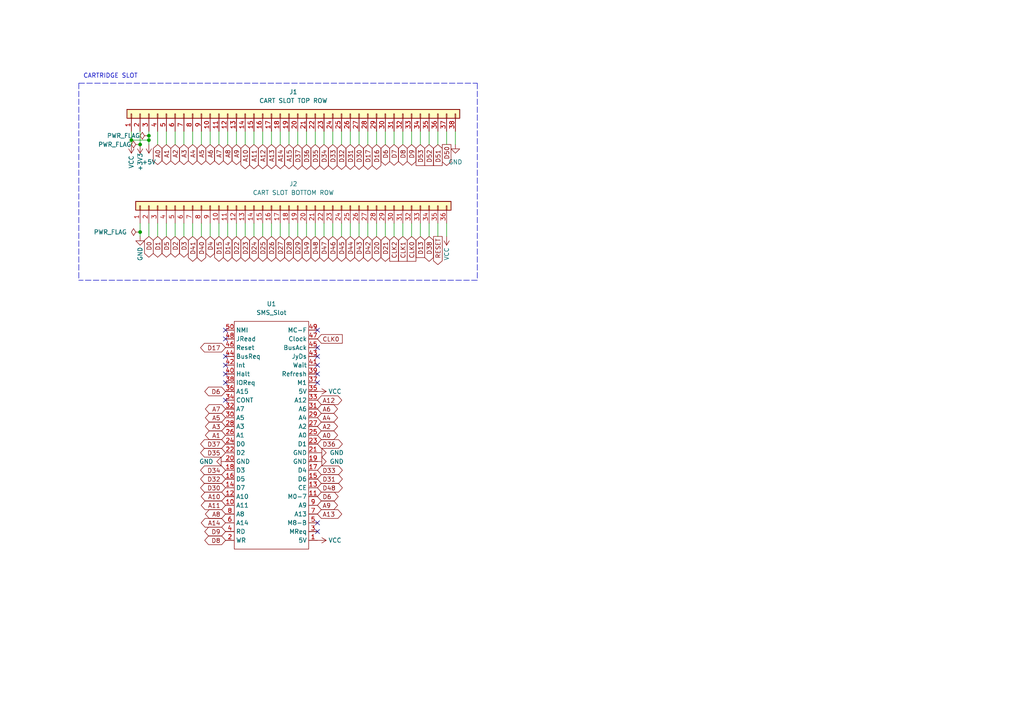
<source format=kicad_sch>
(kicad_sch (version 20210621) (generator eeschema)
  (paper "A4")
  (title_block (title "OSCR MEGADRIVE ADAPTER") (date "2021-11-15") (rev "V1"))
  (lib_symbols
    (symbol "!OSCR:SMS_Slot"
      (property "Reference" "U" (at -10.16 35.56 0))
      (property "Value" "SMS_Slot" (at -6.35 33.02 0))
      (symbol "SMS_Slot_0_1"
        (rectangle (start -11.43 30.48) (end 10.16 -35.56) (stroke (width 0.1524)))
      )
      (symbol "SMS_Slot_1_1"
        (pin power_out line (at 12.7 -33.02 180) (length 2.54) (name "5V") (number "1"))
        (pin input line (at -13.97 -22.86 0) (length 2.54) (name "A11") (number "10"))
        (pin input line (at 12.7 -20.32 180) (length 2.54) (name "M0-7") (number "11"))
        (pin input line (at -13.97 -20.32 0) (length 2.54) (name "A10") (number "12"))
        (pin input line (at 12.7 -17.78 180) (length 2.54) (name "CE") (number "13"))
        (pin bidirectional line (at -13.97 -17.78 0) (length 2.54) (name "D7") (number "14"))
        (pin bidirectional line (at 12.7 -15.24 180) (length 2.54) (name "D6") (number "15"))
        (pin bidirectional line (at -13.97 -15.24 0) (length 2.54) (name "D5") (number "16"))
        (pin bidirectional line (at 12.7 -12.7 180) (length 2.54) (name "D4") (number "17"))
        (pin bidirectional line (at -13.97 -12.7 0) (length 2.54) (name "D3") (number "18"))
        (pin power_in line (at 12.7 -10.16 180) (length 2.54) (name "GND") (number "19"))
        (pin input line (at -13.97 -33.02 0) (length 2.54) (name "WR") (number "2"))
        (pin power_in line (at -13.97 -10.16 0) (length 2.54) (name "GND") (number "20"))
        (pin power_in line (at 12.7 -7.62 180) (length 2.54) (name "GND") (number "21"))
        (pin bidirectional line (at -13.97 -7.62 0) (length 2.54) (name "D2") (number "22"))
        (pin bidirectional line (at 12.7 -5.08 180) (length 2.54) (name "D1") (number "23"))
        (pin bidirectional line (at -13.97 -5.08 0) (length 2.54) (name "D0") (number "24"))
        (pin input line (at 12.7 -2.54 180) (length 2.54) (name "A0") (number "25"))
        (pin input line (at -13.97 -2.54 0) (length 2.54) (name "A1") (number "26"))
        (pin input line (at 12.7 0 180) (length 2.54) (name "A2") (number "27"))
        (pin input line (at -13.97 0 0) (length 2.54) (name "A3") (number "28"))
        (pin input line (at 12.7 2.54 180) (length 2.54) (name "A4") (number "29"))
        (pin input line (at 12.7 -30.48 180) (length 2.54) (name "MReq") (number "3"))
        (pin input line (at -13.97 2.54 0) (length 2.54) (name "A5") (number "30"))
        (pin input line (at 12.7 5.08 180) (length 2.54) (name "A6") (number "31"))
        (pin input line (at -13.97 5.08 0) (length 2.54) (name "A7") (number "32"))
        (pin input line (at 12.7 7.62 180) (length 2.54) (name "A12") (number "33"))
        (pin input line (at -13.97 7.62 0) (length 2.54) (name "CONT") (number "34"))
        (pin power_in line (at 12.7 10.16 180) (length 2.54) (name "5V") (number "35"))
        (pin input line (at -13.97 10.16 0) (length 2.54) (name "A15") (number "36"))
        (pin input line (at 12.7 12.7 180) (length 2.54) (name "M1") (number "37"))
        (pin input line (at -13.97 12.7 0) (length 2.54) (name "IOReq") (number "38"))
        (pin input line (at 12.7 15.24 180) (length 2.54) (name "Refresh") (number "39"))
        (pin input line (at -13.97 -30.48 0) (length 2.54) (name "RD") (number "4"))
        (pin input line (at -13.97 15.24 0) (length 2.54) (name "Halt") (number "40"))
        (pin input line (at 12.7 17.78 180) (length 2.54) (name "Wait") (number "41"))
        (pin input line (at -13.97 17.78 0) (length 2.54) (name "Int") (number "42"))
        (pin input line (at 12.7 20.32 180) (length 2.54) (name "JyDs") (number "43"))
        (pin input line (at -13.97 20.32 0) (length 2.54) (name "BusReq") (number "44"))
        (pin input line (at 12.7 22.86 180) (length 2.54) (name "BusAck") (number "45"))
        (pin input line (at -13.97 22.86 0) (length 2.54) (name "Reset") (number "46"))
        (pin input line (at 12.7 25.4 180) (length 2.54) (name "Clock") (number "47"))
        (pin input line (at -13.97 25.4 0) (length 2.54) (name "JRead") (number "48"))
        (pin input line (at 12.7 27.94 180) (length 2.54) (name "MC-F") (number "49"))
        (pin input line (at 12.7 -27.94 180) (length 2.54) (name "M8-B") (number "5"))
        (pin input line (at -13.97 27.94 0) (length 2.54) (name "NMI") (number "50"))
        (pin input line (at -13.97 -27.94 0) (length 2.54) (name "A14") (number "6"))
        (pin input line (at 12.7 -25.4 180) (length 2.54) (name "A13") (number "7"))
        (pin input line (at -13.97 -25.4 0) (length 2.54) (name "A8") (number "8"))
        (pin input line (at 12.7 -22.86 180) (length 2.54) (name "A9") (number "9"))
      )
    )
    (symbol "Connector_Generic:Conn_01x36" (pin_names (offset 1.016) hide)
      (property "Reference" "J" (at 0 45.72 0))
      (property "Value" "Conn_01x36" (at 0 -48.26 0))
      (symbol "Conn_01x36_1_1"
        (rectangle (start -1.27 -45.593) (end 0 -45.847) (stroke (width 0.1524)))
        (rectangle (start -1.27 -43.053) (end 0 -43.307) (stroke (width 0.1524)))
        (rectangle (start -1.27 -40.513) (end 0 -40.767) (stroke (width 0.1524)))
        (rectangle (start -1.27 -37.973) (end 0 -38.227) (stroke (width 0.1524)))
        (rectangle (start -1.27 -35.433) (end 0 -35.687) (stroke (width 0.1524)))
        (rectangle (start -1.27 -32.893) (end 0 -33.147) (stroke (width 0.1524)))
        (rectangle (start -1.27 -30.353) (end 0 -30.607) (stroke (width 0.1524)))
        (rectangle (start -1.27 -27.813) (end 0 -28.067) (stroke (width 0.1524)))
        (rectangle (start -1.27 -25.273) (end 0 -25.527) (stroke (width 0.1524)))
        (rectangle (start -1.27 -22.733) (end 0 -22.987) (stroke (width 0.1524)))
        (rectangle (start -1.27 -20.193) (end 0 -20.447) (stroke (width 0.1524)))
        (rectangle (start -1.27 -17.653) (end 0 -17.907) (stroke (width 0.1524)))
        (rectangle (start -1.27 -15.113) (end 0 -15.367) (stroke (width 0.1524)))
        (rectangle (start -1.27 -12.573) (end 0 -12.827) (stroke (width 0.1524)))
        (rectangle (start -1.27 -10.033) (end 0 -10.287) (stroke (width 0.1524)))
        (rectangle (start -1.27 -7.493) (end 0 -7.747) (stroke (width 0.1524)))
        (rectangle (start -1.27 -4.953) (end 0 -5.207) (stroke (width 0.1524)))
        (rectangle (start -1.27 -2.413) (end 0 -2.667) (stroke (width 0.1524)))
        (rectangle (start -1.27 0.127) (end 0 -0.127) (stroke (width 0.1524)))
        (rectangle (start -1.27 2.667) (end 0 2.413) (stroke (width 0.1524)))
        (rectangle (start -1.27 5.207) (end 0 4.953) (stroke (width 0.1524)))
        (rectangle (start -1.27 7.747) (end 0 7.493) (stroke (width 0.1524)))
        (rectangle (start -1.27 10.287) (end 0 10.033) (stroke (width 0.1524)))
        (rectangle (start -1.27 12.827) (end 0 12.573) (stroke (width 0.1524)))
        (rectangle (start -1.27 15.367) (end 0 15.113) (stroke (width 0.1524)))
        (rectangle (start -1.27 17.907) (end 0 17.653) (stroke (width 0.1524)))
        (rectangle (start -1.27 20.447) (end 0 20.193) (stroke (width 0.1524)))
        (rectangle (start -1.27 22.987) (end 0 22.733) (stroke (width 0.1524)))
        (rectangle (start -1.27 25.527) (end 0 25.273) (stroke (width 0.1524)))
        (rectangle (start -1.27 28.067) (end 0 27.813) (stroke (width 0.1524)))
        (rectangle (start -1.27 30.607) (end 0 30.353) (stroke (width 0.1524)))
        (rectangle (start -1.27 33.147) (end 0 32.893) (stroke (width 0.1524)))
        (rectangle (start -1.27 35.687) (end 0 35.433) (stroke (width 0.1524)))
        (rectangle (start -1.27 38.227) (end 0 37.973) (stroke (width 0.1524)))
        (rectangle (start -1.27 40.767) (end 0 40.513) (stroke (width 0.1524)))
        (rectangle (start -1.27 43.307) (end 0 43.053) (stroke (width 0.1524)))
        (rectangle (start -1.27 44.45) (end 1.27 -46.99) (stroke (width 0.254)) (fill (type background)))
        (pin passive line (at -5.08 43.18 0) (length 3.81) (name "Pin_1") (number "1"))
        (pin passive line (at -5.08 20.32 0) (length 3.81) (name "Pin_10") (number "10"))
        (pin passive line (at -5.08 17.78 0) (length 3.81) (name "Pin_11") (number "11"))
        (pin passive line (at -5.08 15.24 0) (length 3.81) (name "Pin_12") (number "12"))
        (pin passive line (at -5.08 12.7 0) (length 3.81) (name "Pin_13") (number "13"))
        (pin passive line (at -5.08 10.16 0) (length 3.81) (name "Pin_14") (number "14"))
        (pin passive line (at -5.08 7.62 0) (length 3.81) (name "Pin_15") (number "15"))
        (pin passive line (at -5.08 5.08 0) (length 3.81) (name "Pin_16") (number "16"))
        (pin passive line (at -5.08 2.54 0) (length 3.81) (name "Pin_17") (number "17"))
        (pin passive line (at -5.08 0 0) (length 3.81) (name "Pin_18") (number "18"))
        (pin passive line (at -5.08 -2.54 0) (length 3.81) (name "Pin_19") (number "19"))
        (pin passive line (at -5.08 40.64 0) (length 3.81) (name "Pin_2") (number "2"))
        (pin passive line (at -5.08 -5.08 0) (length 3.81) (name "Pin_20") (number "20"))
        (pin passive line (at -5.08 -7.62 0) (length 3.81) (name "Pin_21") (number "21"))
        (pin passive line (at -5.08 -10.16 0) (length 3.81) (name "Pin_22") (number "22"))
        (pin passive line (at -5.08 -12.7 0) (length 3.81) (name "Pin_23") (number "23"))
        (pin passive line (at -5.08 -15.24 0) (length 3.81) (name "Pin_24") (number "24"))
        (pin passive line (at -5.08 -17.78 0) (length 3.81) (name "Pin_25") (number "25"))
        (pin passive line (at -5.08 -20.32 0) (length 3.81) (name "Pin_26") (number "26"))
        (pin passive line (at -5.08 -22.86 0) (length 3.81) (name "Pin_27") (number "27"))
        (pin passive line (at -5.08 -25.4 0) (length 3.81) (name "Pin_28") (number "28"))
        (pin passive line (at -5.08 -27.94 0) (length 3.81) (name "Pin_29") (number "29"))
        (pin passive line (at -5.08 38.1 0) (length 3.81) (name "Pin_3") (number "3"))
        (pin passive line (at -5.08 -30.48 0) (length 3.81) (name "Pin_30") (number "30"))
        (pin passive line (at -5.08 -33.02 0) (length 3.81) (name "Pin_31") (number "31"))
        (pin passive line (at -5.08 -35.56 0) (length 3.81) (name "Pin_32") (number "32"))
        (pin passive line (at -5.08 -38.1 0) (length 3.81) (name "Pin_33") (number "33"))
        (pin passive line (at -5.08 -40.64 0) (length 3.81) (name "Pin_34") (number "34"))
        (pin passive line (at -5.08 -43.18 0) (length 3.81) (name "Pin_35") (number "35"))
        (pin passive line (at -5.08 -45.72 0) (length 3.81) (name "Pin_36") (number "36"))
        (pin passive line (at -5.08 35.56 0) (length 3.81) (name "Pin_4") (number "4"))
        (pin passive line (at -5.08 33.02 0) (length 3.81) (name "Pin_5") (number "5"))
        (pin passive line (at -5.08 30.48 0) (length 3.81) (name "Pin_6") (number "6"))
        (pin passive line (at -5.08 27.94 0) (length 3.81) (name "Pin_7") (number "7"))
        (pin passive line (at -5.08 25.4 0) (length 3.81) (name "Pin_8") (number "8"))
        (pin passive line (at -5.08 22.86 0) (length 3.81) (name "Pin_9") (number "9"))
      )
    )
    (symbol "Connector_Generic:Conn_01x38" (pin_names (offset 1.016) hide)
      (property "Reference" "J" (at 0 48.26 0))
      (property "Value" "Conn_01x38" (at 0 -50.8 0))
      (symbol "Conn_01x38_1_1"
        (rectangle (start -1.27 -48.133) (end 0 -48.387) (stroke (width 0.1524)))
        (rectangle (start -1.27 -45.593) (end 0 -45.847) (stroke (width 0.1524)))
        (rectangle (start -1.27 -43.053) (end 0 -43.307) (stroke (width 0.1524)))
        (rectangle (start -1.27 -40.513) (end 0 -40.767) (stroke (width 0.1524)))
        (rectangle (start -1.27 -37.973) (end 0 -38.227) (stroke (width 0.1524)))
        (rectangle (start -1.27 -35.433) (end 0 -35.687) (stroke (width 0.1524)))
        (rectangle (start -1.27 -32.893) (end 0 -33.147) (stroke (width 0.1524)))
        (rectangle (start -1.27 -30.353) (end 0 -30.607) (stroke (width 0.1524)))
        (rectangle (start -1.27 -27.813) (end 0 -28.067) (stroke (width 0.1524)))
        (rectangle (start -1.27 -25.273) (end 0 -25.527) (stroke (width 0.1524)))
        (rectangle (start -1.27 -22.733) (end 0 -22.987) (stroke (width 0.1524)))
        (rectangle (start -1.27 -20.193) (end 0 -20.447) (stroke (width 0.1524)))
        (rectangle (start -1.27 -17.653) (end 0 -17.907) (stroke (width 0.1524)))
        (rectangle (start -1.27 -15.113) (end 0 -15.367) (stroke (width 0.1524)))
        (rectangle (start -1.27 -12.573) (end 0 -12.827) (stroke (width 0.1524)))
        (rectangle (start -1.27 -10.033) (end 0 -10.287) (stroke (width 0.1524)))
        (rectangle (start -1.27 -7.493) (end 0 -7.747) (stroke (width 0.1524)))
        (rectangle (start -1.27 -4.953) (end 0 -5.207) (stroke (width 0.1524)))
        (rectangle (start -1.27 -2.413) (end 0 -2.667) (stroke (width 0.1524)))
        (rectangle (start -1.27 0.127) (end 0 -0.127) (stroke (width 0.1524)))
        (rectangle (start -1.27 2.667) (end 0 2.413) (stroke (width 0.1524)))
        (rectangle (start -1.27 5.207) (end 0 4.953) (stroke (width 0.1524)))
        (rectangle (start -1.27 7.747) (end 0 7.493) (stroke (width 0.1524)))
        (rectangle (start -1.27 10.287) (end 0 10.033) (stroke (width 0.1524)))
        (rectangle (start -1.27 12.827) (end 0 12.573) (stroke (width 0.1524)))
        (rectangle (start -1.27 15.367) (end 0 15.113) (stroke (width 0.1524)))
        (rectangle (start -1.27 17.907) (end 0 17.653) (stroke (width 0.1524)))
        (rectangle (start -1.27 20.447) (end 0 20.193) (stroke (width 0.1524)))
        (rectangle (start -1.27 22.987) (end 0 22.733) (stroke (width 0.1524)))
        (rectangle (start -1.27 25.527) (end 0 25.273) (stroke (width 0.1524)))
        (rectangle (start -1.27 28.067) (end 0 27.813) (stroke (width 0.1524)))
        (rectangle (start -1.27 30.607) (end 0 30.353) (stroke (width 0.1524)))
        (rectangle (start -1.27 33.147) (end 0 32.893) (stroke (width 0.1524)))
        (rectangle (start -1.27 35.687) (end 0 35.433) (stroke (width 0.1524)))
        (rectangle (start -1.27 38.227) (end 0 37.973) (stroke (width 0.1524)))
        (rectangle (start -1.27 40.767) (end 0 40.513) (stroke (width 0.1524)))
        (rectangle (start -1.27 43.307) (end 0 43.053) (stroke (width 0.1524)))
        (rectangle (start -1.27 45.847) (end 0 45.593) (stroke (width 0.1524)))
        (rectangle (start -1.27 46.99) (end 1.27 -49.53) (stroke (width 0.254)) (fill (type background)))
        (pin passive line (at -5.08 45.72 0) (length 3.81) (name "Pin_1") (number "1"))
        (pin passive line (at -5.08 22.86 0) (length 3.81) (name "Pin_10") (number "10"))
        (pin passive line (at -5.08 20.32 0) (length 3.81) (name "Pin_11") (number "11"))
        (pin passive line (at -5.08 17.78 0) (length 3.81) (name "Pin_12") (number "12"))
        (pin passive line (at -5.08 15.24 0) (length 3.81) (name "Pin_13") (number "13"))
        (pin passive line (at -5.08 12.7 0) (length 3.81) (name "Pin_14") (number "14"))
        (pin passive line (at -5.08 10.16 0) (length 3.81) (name "Pin_15") (number "15"))
        (pin passive line (at -5.08 7.62 0) (length 3.81) (name "Pin_16") (number "16"))
        (pin passive line (at -5.08 5.08 0) (length 3.81) (name "Pin_17") (number "17"))
        (pin passive line (at -5.08 2.54 0) (length 3.81) (name "Pin_18") (number "18"))
        (pin passive line (at -5.08 0 0) (length 3.81) (name "Pin_19") (number "19"))
        (pin passive line (at -5.08 43.18 0) (length 3.81) (name "Pin_2") (number "2"))
        (pin passive line (at -5.08 -2.54 0) (length 3.81) (name "Pin_20") (number "20"))
        (pin passive line (at -5.08 -5.08 0) (length 3.81) (name "Pin_21") (number "21"))
        (pin passive line (at -5.08 -7.62 0) (length 3.81) (name "Pin_22") (number "22"))
        (pin passive line (at -5.08 -10.16 0) (length 3.81) (name "Pin_23") (number "23"))
        (pin passive line (at -5.08 -12.7 0) (length 3.81) (name "Pin_24") (number "24"))
        (pin passive line (at -5.08 -15.24 0) (length 3.81) (name "Pin_25") (number "25"))
        (pin passive line (at -5.08 -17.78 0) (length 3.81) (name "Pin_26") (number "26"))
        (pin passive line (at -5.08 -20.32 0) (length 3.81) (name "Pin_27") (number "27"))
        (pin passive line (at -5.08 -22.86 0) (length 3.81) (name "Pin_28") (number "28"))
        (pin passive line (at -5.08 -25.4 0) (length 3.81) (name "Pin_29") (number "29"))
        (pin passive line (at -5.08 40.64 0) (length 3.81) (name "Pin_3") (number "3"))
        (pin passive line (at -5.08 -27.94 0) (length 3.81) (name "Pin_30") (number "30"))
        (pin passive line (at -5.08 -30.48 0) (length 3.81) (name "Pin_31") (number "31"))
        (pin passive line (at -5.08 -33.02 0) (length 3.81) (name "Pin_32") (number "32"))
        (pin passive line (at -5.08 -35.56 0) (length 3.81) (name "Pin_33") (number "33"))
        (pin passive line (at -5.08 -38.1 0) (length 3.81) (name "Pin_34") (number "34"))
        (pin passive line (at -5.08 -40.64 0) (length 3.81) (name "Pin_35") (number "35"))
        (pin passive line (at -5.08 -43.18 0) (length 3.81) (name "Pin_36") (number "36"))
        (pin passive line (at -5.08 -45.72 0) (length 3.81) (name "Pin_37") (number "37"))
        (pin passive line (at -5.08 -48.26 0) (length 3.81) (name "Pin_38") (number "38"))
        (pin passive line (at -5.08 38.1 0) (length 3.81) (name "Pin_4") (number "4"))
        (pin passive line (at -5.08 35.56 0) (length 3.81) (name "Pin_5") (number "5"))
        (pin passive line (at -5.08 33.02 0) (length 3.81) (name "Pin_6") (number "6"))
        (pin passive line (at -5.08 30.48 0) (length 3.81) (name "Pin_7") (number "7"))
        (pin passive line (at -5.08 27.94 0) (length 3.81) (name "Pin_8") (number "8"))
        (pin passive line (at -5.08 25.4 0) (length 3.81) (name "Pin_9") (number "9"))
      )
    )
    (symbol "power:+3.3V" (power) (pin_names (offset 0))
      (property "Value" "+3.3V" (at 0 3.556 0))
      (symbol "+3.3V_0_1"
        (polyline (pts (xy -0.762 1.27) (xy 0 2.54)))
        (polyline (pts (xy 0 0) (xy 0 2.54)))
        (polyline (pts (xy 0 2.54) (xy 0.762 1.27)))
      )
      (symbol "+3.3V_1_1"
        (pin power_in line (at 0 0 90) (length 0) hide (name "+3V3") (number "1"))
      )
    )
    (symbol "power:+5V" (power) (pin_names (offset 0))
      (property "Value" "+5V" (at 0 3.556 0))
      (symbol "+5V_0_1"
        (polyline (pts (xy -0.762 1.27) (xy 0 2.54)))
        (polyline (pts (xy 0 0) (xy 0 2.54)))
        (polyline (pts (xy 0 2.54) (xy 0.762 1.27)))
      )
      (symbol "+5V_1_1"
        (pin power_in line (at 0 0 90) (length 0) hide (name "+5V") (number "1"))
      )
    )
    (symbol "power:GND" (power) (pin_names (offset 0))
      (property "Value" "GND" (at 0 -3.81 0))
      (symbol "GND_0_1"
        (polyline (pts (xy 0 0) (xy 0 -1.27) (xy 1.27 -1.27) (xy 0 -2.54) (xy -1.27 -1.27) (xy 0 -1.27)))
      )
      (symbol "GND_1_1"
        (pin power_in line (at 0 0 270) (length 0) hide (name "GND") (number "1"))
      )
    )
    (symbol "power:PWR_FLAG" (power) (pin_numbers hide) (pin_names (offset 0) hide)
      (property "Value" "PWR_FLAG" (at 0 3.81 0))
      (symbol "PWR_FLAG_0_0"
        (pin power_out line (at 0 0 90) (length 0) (name "pwr") (number "1"))
      )
      (symbol "PWR_FLAG_0_1"
        (polyline (pts (xy 0 0) (xy 0 1.27) (xy -1.016 1.905) (xy 0 2.54) (xy 1.016 1.905) (xy 0 1.27)))
      )
    )
    (symbol "power:VCC" (power) (pin_names (offset 0))
      (property "Value" "VCC" (at 0 3.81 0))
      (symbol "VCC_0_1"
        (polyline (pts (xy -0.762 1.27) (xy 0 2.54)))
        (polyline (pts (xy 0 0) (xy 0 2.54)))
        (polyline (pts (xy 0 2.54) (xy 0.762 1.27)))
      )
      (symbol "VCC_1_1"
        (pin power_in line (at 0 0 90) (length 0) hide (name "VCC") (number "1"))
      )
    )
  )
  (junction (at 38.1 40.64))
  (junction (at 40.64 41.91))
  (junction (at 40.64 67.31))
  (junction (at 43.18 39.37))
  (junction (at 43.18 40.64))
  (no_connect (at 65.405 95.758))
  (no_connect (at 65.405 98.298))
  (no_connect (at 65.405 103.378))
  (no_connect (at 65.405 105.918))
  (no_connect (at 65.405 108.458))
  (no_connect (at 65.405 110.998))
  (no_connect (at 65.405 116.078))
  (no_connect (at 92.075 95.758))
  (no_connect (at 92.075 100.838))
  (no_connect (at 92.075 103.378))
  (no_connect (at 92.075 105.918))
  (no_connect (at 92.075 108.458))
  (no_connect (at 92.075 110.998))
  (no_connect (at 92.075 151.638))
  (no_connect (at 92.075 154.178))
  (wire (pts (xy 38.1 38.1) (xy 38.1 40.64)))
  (wire (pts (xy 38.1 40.64) (xy 38.1 41.91)))
  (wire (pts (xy 38.1 40.64) (xy 43.18 40.64)))
  (wire (pts (xy 40.64 38.1) (xy 40.64 41.91)))
  (wire (pts (xy 40.64 64.77) (xy 40.64 67.31)))
  (wire (pts (xy 40.64 67.31) (xy 40.64 68.58)))
  (wire (pts (xy 43.18 38.1) (xy 43.18 39.37)))
  (wire (pts (xy 43.18 39.37) (xy 43.18 40.64)))
  (wire (pts (xy 43.18 40.64) (xy 43.18 41.91)))
  (wire (pts (xy 43.18 64.77) (xy 43.18 68.58)))
  (wire (pts (xy 45.72 38.1) (xy 45.72 41.91)))
  (wire (pts (xy 45.72 64.77) (xy 45.72 68.58)))
  (wire (pts (xy 48.26 38.1) (xy 48.26 41.91)))
  (wire (pts (xy 48.26 64.77) (xy 48.26 68.58)))
  (wire (pts (xy 50.8 38.1) (xy 50.8 41.91)))
  (wire (pts (xy 50.8 64.77) (xy 50.8 68.58)))
  (wire (pts (xy 53.34 38.1) (xy 53.34 41.91)))
  (wire (pts (xy 53.34 64.77) (xy 53.34 68.58)))
  (wire (pts (xy 55.88 38.1) (xy 55.88 41.91)))
  (wire (pts (xy 55.88 64.77) (xy 55.88 68.58)))
  (wire (pts (xy 58.42 38.1) (xy 58.42 41.91)))
  (wire (pts (xy 58.42 64.77) (xy 58.42 68.58)))
  (wire (pts (xy 60.96 38.1) (xy 60.96 41.91)))
  (wire (pts (xy 60.96 64.77) (xy 60.96 68.58)))
  (wire (pts (xy 63.5 38.1) (xy 63.5 41.91)))
  (wire (pts (xy 63.5 64.77) (xy 63.5 68.58)))
  (wire (pts (xy 66.04 38.1) (xy 66.04 41.91)))
  (wire (pts (xy 66.04 64.77) (xy 66.04 68.58)))
  (wire (pts (xy 68.58 38.1) (xy 68.58 41.91)))
  (wire (pts (xy 68.58 64.77) (xy 68.58 68.58)))
  (wire (pts (xy 71.12 38.1) (xy 71.12 41.91)))
  (wire (pts (xy 71.12 64.77) (xy 71.12 68.58)))
  (wire (pts (xy 73.66 38.1) (xy 73.66 41.91)))
  (wire (pts (xy 73.66 64.77) (xy 73.66 68.58)))
  (wire (pts (xy 76.2 38.1) (xy 76.2 41.91)))
  (wire (pts (xy 76.2 64.77) (xy 76.2 68.58)))
  (wire (pts (xy 78.74 38.1) (xy 78.74 41.91)))
  (wire (pts (xy 78.74 64.77) (xy 78.74 68.58)))
  (wire (pts (xy 81.28 38.1) (xy 81.28 41.91)))
  (wire (pts (xy 81.28 64.77) (xy 81.28 68.58)))
  (wire (pts (xy 83.82 38.1) (xy 83.82 41.91)))
  (wire (pts (xy 83.82 64.77) (xy 83.82 68.58)))
  (wire (pts (xy 86.36 38.1) (xy 86.36 41.91)))
  (wire (pts (xy 86.36 64.77) (xy 86.36 68.58)))
  (wire (pts (xy 88.9 38.1) (xy 88.9 41.91)))
  (wire (pts (xy 88.9 64.77) (xy 88.9 68.58)))
  (wire (pts (xy 91.44 38.1) (xy 91.44 41.91)))
  (wire (pts (xy 91.44 64.77) (xy 91.44 68.58)))
  (wire (pts (xy 93.98 38.1) (xy 93.98 41.91)))
  (wire (pts (xy 93.98 64.77) (xy 93.98 68.58)))
  (wire (pts (xy 96.52 38.1) (xy 96.52 41.91)))
  (wire (pts (xy 96.52 64.77) (xy 96.52 68.58)))
  (wire (pts (xy 99.06 38.1) (xy 99.06 41.91)))
  (wire (pts (xy 99.06 64.77) (xy 99.06 68.58)))
  (wire (pts (xy 101.6 38.1) (xy 101.6 41.91)))
  (wire (pts (xy 101.6 64.77) (xy 101.6 68.58)))
  (wire (pts (xy 104.14 38.1) (xy 104.14 41.91)))
  (wire (pts (xy 104.14 64.77) (xy 104.14 68.58)))
  (wire (pts (xy 106.68 38.1) (xy 106.68 41.91)))
  (wire (pts (xy 106.68 64.77) (xy 106.68 68.58)))
  (wire (pts (xy 109.22 38.1) (xy 109.22 41.91)))
  (wire (pts (xy 109.22 64.77) (xy 109.22 68.58)))
  (wire (pts (xy 111.76 38.1) (xy 111.76 41.91)))
  (wire (pts (xy 111.76 64.77) (xy 111.76 68.58)))
  (wire (pts (xy 114.3 38.1) (xy 114.3 41.91)))
  (wire (pts (xy 114.3 64.77) (xy 114.3 68.58)))
  (wire (pts (xy 116.84 38.1) (xy 116.84 41.91)))
  (wire (pts (xy 116.84 64.77) (xy 116.84 68.58)))
  (wire (pts (xy 119.38 38.1) (xy 119.38 41.91)))
  (wire (pts (xy 119.38 64.77) (xy 119.38 68.58)))
  (wire (pts (xy 121.92 38.1) (xy 121.92 41.91)))
  (wire (pts (xy 121.92 64.77) (xy 121.92 68.58)))
  (wire (pts (xy 124.46 38.1) (xy 124.46 41.91)))
  (wire (pts (xy 124.46 64.77) (xy 124.46 68.58)))
  (wire (pts (xy 127 38.1) (xy 127 41.91)))
  (wire (pts (xy 127 64.77) (xy 127 68.58)))
  (wire (pts (xy 129.54 38.1) (xy 129.54 41.91)))
  (wire (pts (xy 129.54 64.77) (xy 129.54 68.58)))
  (wire (pts (xy 132.08 38.1) (xy 132.08 41.91)))
  (polyline (pts (xy 22.86 24.13) (xy 22.86 81.28)))
  (polyline (pts (xy 22.86 24.13) (xy 138.43 24.13)))
  (polyline (pts (xy 138.43 24.13) (xy 138.43 81.28)))
  (polyline (pts (xy 138.43 81.28) (xy 22.86 81.28)))
  (text "CARTRIDGE SLOT" (at 24.13 22.86 0) (effects (font (size 1.27 1.27)) (justify left bottom)))
  (global_label "D0" (shape bidirectional) (at 43.18 68.58 270) (property "Intersheet References" "${INTERSHEET_REFS}" (effects hide)))
  (global_label "A0" (shape bidirectional) (at 45.72 41.91 270) (property "Intersheet References" "${INTERSHEET_REFS}" (effects hide)))
  (global_label "D1" (shape bidirectional) (at 45.72 68.58 270) (property "Intersheet References" "${INTERSHEET_REFS}" (effects hide)))
  (global_label "A1" (shape bidirectional) (at 48.26 41.91 270) (property "Intersheet References" "${INTERSHEET_REFS}" (effects hide)))
  (global_label "D5" (shape bidirectional) (at 48.26 68.58 270) (property "Intersheet References" "${INTERSHEET_REFS}" (effects hide)))
  (global_label "A2" (shape bidirectional) (at 50.8 41.91 270) (property "Intersheet References" "${INTERSHEET_REFS}" (effects hide)))
  (global_label "D2" (shape bidirectional) (at 50.8 68.58 270) (property "Intersheet References" "${INTERSHEET_REFS}" (effects hide)))
  (global_label "A3" (shape bidirectional) (at 53.34 41.91 270) (property "Intersheet References" "${INTERSHEET_REFS}" (effects hide)))
  (global_label "D3" (shape bidirectional) (at 53.34 68.58 270) (property "Intersheet References" "${INTERSHEET_REFS}" (effects hide)))
  (global_label "A4" (shape bidirectional) (at 55.88 41.91 270) (property "Intersheet References" "${INTERSHEET_REFS}" (effects hide)))
  (global_label "D41" (shape bidirectional) (at 55.88 68.58 270) (property "Intersheet References" "${INTERSHEET_REFS}" (effects hide)))
  (global_label "A5" (shape bidirectional) (at 58.42 41.91 270) (property "Intersheet References" "${INTERSHEET_REFS}" (effects hide)))
  (global_label "D40" (shape bidirectional) (at 58.42 68.58 270) (property "Intersheet References" "${INTERSHEET_REFS}" (effects hide)))
  (global_label "A6" (shape bidirectional) (at 60.96 41.91 270) (property "Intersheet References" "${INTERSHEET_REFS}" (effects hide)))
  (global_label "D4" (shape bidirectional) (at 60.96 68.58 270) (property "Intersheet References" "${INTERSHEET_REFS}" (effects hide)))
  (global_label "A7" (shape bidirectional) (at 63.5 41.91 270) (property "Intersheet References" "${INTERSHEET_REFS}" (effects hide)))
  (global_label "D15" (shape bidirectional) (at 63.5 68.58 270) (property "Intersheet References" "${INTERSHEET_REFS}" (effects hide)))
  (global_label "D17" (shape bidirectional) (at 65.405 100.838 180) (property "Intersheet References" "${INTERSHEET_REFS}" (effects hide)))
  (global_label "D6" (shape bidirectional) (at 65.405 113.538 180) (property "Intersheet References" "${INTERSHEET_REFS}" (effects hide)))
  (global_label "A7" (shape bidirectional) (at 65.405 118.618 180) (property "Intersheet References" "${INTERSHEET_REFS}" (effects hide)))
  (global_label "A5" (shape bidirectional) (at 65.405 121.158 180) (property "Intersheet References" "${INTERSHEET_REFS}" (effects hide)))
  (global_label "A3" (shape bidirectional) (at 65.405 123.698 180) (property "Intersheet References" "${INTERSHEET_REFS}" (effects hide)))
  (global_label "A1" (shape bidirectional) (at 65.405 126.238 180) (property "Intersheet References" "${INTERSHEET_REFS}" (effects hide)))
  (global_label "D37" (shape bidirectional) (at 65.405 128.778 180) (property "Intersheet References" "${INTERSHEET_REFS}" (effects hide)))
  (global_label "D35" (shape bidirectional) (at 65.405 131.318 180) (property "Intersheet References" "${INTERSHEET_REFS}" (effects hide)))
  (global_label "D34" (shape bidirectional) (at 65.405 136.398 180) (property "Intersheet References" "${INTERSHEET_REFS}" (effects hide)))
  (global_label "D32" (shape bidirectional) (at 65.405 138.938 180) (property "Intersheet References" "${INTERSHEET_REFS}" (effects hide)))
  (global_label "D30" (shape bidirectional) (at 65.405 141.478 180) (property "Intersheet References" "${INTERSHEET_REFS}" (effects hide)))
  (global_label "A10" (shape bidirectional) (at 65.405 144.018 180) (property "Intersheet References" "${INTERSHEET_REFS}" (effects hide)))
  (global_label "A11" (shape bidirectional) (at 65.405 146.558 180) (property "Intersheet References" "${INTERSHEET_REFS}" (effects hide)))
  (global_label "A8" (shape bidirectional) (at 65.405 149.098 180) (property "Intersheet References" "${INTERSHEET_REFS}" (effects hide)))
  (global_label "A14" (shape bidirectional) (at 65.405 151.638 180) (property "Intersheet References" "${INTERSHEET_REFS}" (effects hide)))
  (global_label "D9" (shape bidirectional) (at 65.405 154.178 180) (property "Intersheet References" "${INTERSHEET_REFS}" (effects hide)))
  (global_label "D8" (shape bidirectional) (at 65.405 156.718 180) (property "Intersheet References" "${INTERSHEET_REFS}" (effects hide)))
  (global_label "A8" (shape bidirectional) (at 66.04 41.91 270) (property "Intersheet References" "${INTERSHEET_REFS}" (effects hide)))
  (global_label "D14" (shape bidirectional) (at 66.04 68.58 270) (property "Intersheet References" "${INTERSHEET_REFS}" (effects hide)))
  (global_label "A9" (shape bidirectional) (at 68.58 41.91 270) (property "Intersheet References" "${INTERSHEET_REFS}" (effects hide)))
  (global_label "D22" (shape bidirectional) (at 68.58 68.58 270) (property "Intersheet References" "${INTERSHEET_REFS}" (effects hide)))
  (global_label "A10" (shape bidirectional) (at 71.12 41.91 270) (property "Intersheet References" "${INTERSHEET_REFS}" (effects hide)))
  (global_label "D23" (shape bidirectional) (at 71.12 68.58 270) (property "Intersheet References" "${INTERSHEET_REFS}" (effects hide)))
  (global_label "A11" (shape bidirectional) (at 73.66 41.91 270) (property "Intersheet References" "${INTERSHEET_REFS}" (effects hide)))
  (global_label "D24" (shape bidirectional) (at 73.66 68.58 270) (property "Intersheet References" "${INTERSHEET_REFS}" (effects hide)))
  (global_label "A12" (shape bidirectional) (at 76.2 41.91 270) (property "Intersheet References" "${INTERSHEET_REFS}" (effects hide)))
  (global_label "D25" (shape bidirectional) (at 76.2 68.58 270) (property "Intersheet References" "${INTERSHEET_REFS}" (effects hide)))
  (global_label "A13" (shape bidirectional) (at 78.74 41.91 270) (property "Intersheet References" "${INTERSHEET_REFS}" (effects hide)))
  (global_label "D26" (shape bidirectional) (at 78.74 68.58 270) (property "Intersheet References" "${INTERSHEET_REFS}" (effects hide)))
  (global_label "A14" (shape bidirectional) (at 81.28 41.91 270) (property "Intersheet References" "${INTERSHEET_REFS}" (effects hide)))
  (global_label "D27" (shape bidirectional) (at 81.28 68.58 270) (property "Intersheet References" "${INTERSHEET_REFS}" (effects hide)))
  (global_label "A15" (shape bidirectional) (at 83.82 41.91 270) (property "Intersheet References" "${INTERSHEET_REFS}" (effects hide)))
  (global_label "D28" (shape bidirectional) (at 83.82 68.58 270) (property "Intersheet References" "${INTERSHEET_REFS}" (effects hide)))
  (global_label "D37" (shape bidirectional) (at 86.36 41.91 270) (property "Intersheet References" "${INTERSHEET_REFS}" (effects hide)))
  (global_label "D29" (shape bidirectional) (at 86.36 68.58 270) (property "Intersheet References" "${INTERSHEET_REFS}" (effects hide)))
  (global_label "D36" (shape bidirectional) (at 88.9 41.91 270) (property "Intersheet References" "${INTERSHEET_REFS}" (effects hide)))
  (global_label "D49" (shape bidirectional) (at 88.9 68.58 270) (property "Intersheet References" "${INTERSHEET_REFS}" (effects hide)))
  (global_label "D35" (shape bidirectional) (at 91.44 41.91 270) (property "Intersheet References" "${INTERSHEET_REFS}" (effects hide)))
  (global_label "D48" (shape bidirectional) (at 91.44 68.58 270) (property "Intersheet References" "${INTERSHEET_REFS}" (effects hide)))
  (global_label "CLK0" (shape input) (at 92.075 98.298 0) (property "Intersheet References" "${INTERSHEET_REFS}" (effects hide)))
  (global_label "A12" (shape bidirectional) (at 92.075 116.078 0) (property "Intersheet References" "${INTERSHEET_REFS}" (effects hide)))
  (global_label "A6" (shape bidirectional) (at 92.075 118.618 0) (property "Intersheet References" "${INTERSHEET_REFS}" (effects hide)))
  (global_label "A4" (shape bidirectional) (at 92.075 121.158 0) (property "Intersheet References" "${INTERSHEET_REFS}" (effects hide)))
  (global_label "A2" (shape bidirectional) (at 92.075 123.698 0) (property "Intersheet References" "${INTERSHEET_REFS}" (effects hide)))
  (global_label "A0" (shape bidirectional) (at 92.075 126.238 0) (property "Intersheet References" "${INTERSHEET_REFS}" (effects hide)))
  (global_label "D36" (shape bidirectional) (at 92.075 128.778 0) (property "Intersheet References" "${INTERSHEET_REFS}" (effects hide)))
  (global_label "D33" (shape bidirectional) (at 92.075 136.398 0) (property "Intersheet References" "${INTERSHEET_REFS}" (effects hide)))
  (global_label "D31" (shape bidirectional) (at 92.075 138.938 0) (property "Intersheet References" "${INTERSHEET_REFS}" (effects hide)))
  (global_label "D48" (shape bidirectional) (at 92.075 141.478 0) (property "Intersheet References" "${INTERSHEET_REFS}" (effects hide)))
  (global_label "D6" (shape bidirectional) (at 92.075 144.018 0) (property "Intersheet References" "${INTERSHEET_REFS}" (effects hide)))
  (global_label "A9" (shape bidirectional) (at 92.075 146.558 0) (property "Intersheet References" "${INTERSHEET_REFS}" (effects hide)))
  (global_label "A13" (shape bidirectional) (at 92.075 149.098 0) (property "Intersheet References" "${INTERSHEET_REFS}" (effects hide)))
  (global_label "D34" (shape bidirectional) (at 93.98 41.91 270) (property "Intersheet References" "${INTERSHEET_REFS}" (effects hide)))
  (global_label "D47" (shape bidirectional) (at 93.98 68.58 270) (property "Intersheet References" "${INTERSHEET_REFS}" (effects hide)))
  (global_label "D33" (shape bidirectional) (at 96.52 41.91 270) (property "Intersheet References" "${INTERSHEET_REFS}" (effects hide)))
  (global_label "D46" (shape bidirectional) (at 96.52 68.58 270) (property "Intersheet References" "${INTERSHEET_REFS}" (effects hide)))
  (global_label "D32" (shape bidirectional) (at 99.06 41.91 270) (property "Intersheet References" "${INTERSHEET_REFS}" (effects hide)))
  (global_label "D45" (shape bidirectional) (at 99.06 68.58 270) (property "Intersheet References" "${INTERSHEET_REFS}" (effects hide)))
  (global_label "D31" (shape bidirectional) (at 101.6 41.91 270) (property "Intersheet References" "${INTERSHEET_REFS}" (effects hide)))
  (global_label "D44" (shape bidirectional) (at 101.6 68.58 270) (property "Intersheet References" "${INTERSHEET_REFS}" (effects hide)))
  (global_label "D30" (shape bidirectional) (at 104.14 41.91 270) (property "Intersheet References" "${INTERSHEET_REFS}" (effects hide)))
  (global_label "D43" (shape bidirectional) (at 104.14 68.58 270) (property "Intersheet References" "${INTERSHEET_REFS}" (effects hide)))
  (global_label "D17" (shape bidirectional) (at 106.68 41.91 270) (property "Intersheet References" "${INTERSHEET_REFS}" (effects hide)))
  (global_label "D42" (shape bidirectional) (at 106.68 68.58 270) (property "Intersheet References" "${INTERSHEET_REFS}" (effects hide)))
  (global_label "D16" (shape bidirectional) (at 109.22 41.91 270) (property "Intersheet References" "${INTERSHEET_REFS}" (effects hide)))
  (global_label "D20" (shape bidirectional) (at 109.22 68.58 270) (property "Intersheet References" "${INTERSHEET_REFS}" (effects hide)))
  (global_label "D6" (shape bidirectional) (at 111.76 41.91 270) (property "Intersheet References" "${INTERSHEET_REFS}" (effects hide)))
  (global_label "D21" (shape bidirectional) (at 111.76 68.58 270) (property "Intersheet References" "${INTERSHEET_REFS}" (effects hide)))
  (global_label "D7" (shape bidirectional) (at 114.3 41.91 270) (property "Intersheet References" "${INTERSHEET_REFS}" (effects hide)))
  (global_label "CLK2" (shape input) (at 114.3 68.58 270) (property "Intersheet References" "${INTERSHEET_REFS}" (effects hide)))
  (global_label "D8" (shape bidirectional) (at 116.84 41.91 270) (property "Intersheet References" "${INTERSHEET_REFS}" (effects hide)))
  (global_label "CLK1" (shape input) (at 116.84 68.58 270) (property "Intersheet References" "${INTERSHEET_REFS}" (effects hide)))
  (global_label "D9" (shape bidirectional) (at 119.38 41.91 270) (property "Intersheet References" "${INTERSHEET_REFS}" (effects hide)))
  (global_label "CLK0" (shape input) (at 119.38 68.58 270) (property "Intersheet References" "${INTERSHEET_REFS}" (effects hide)))
  (global_label "D53" (shape input) (at 121.92 41.91 270) (property "Intersheet References" "${INTERSHEET_REFS}" (effects hide)))
  (global_label "D13" (shape input) (at 121.92 68.58 270) (property "Intersheet References" "${INTERSHEET_REFS}" (effects hide)))
  (global_label "D52" (shape input) (at 124.46 41.91 270) (property "Intersheet References" "${INTERSHEET_REFS}" (effects hide)))
  (global_label "D38" (shape bidirectional) (at 124.46 68.58 270) (property "Intersheet References" "${INTERSHEET_REFS}" (effects hide)))
  (global_label "D51" (shape input) (at 127 41.91 270) (property "Intersheet References" "${INTERSHEET_REFS}" (effects hide)))
  (global_label "RESET" (shape output) (at 127 68.58 270) (property "Intersheet References" "${INTERSHEET_REFS}" (effects hide)))
  (global_label "D50" (shape output) (at 129.54 41.91 270) (property "Intersheet References" "${INTERSHEET_REFS}" (effects hide)))
  (symbol (lib_id "power:VCC") (at 38.1 41.91 180) (unit 1)
    (property "Reference" "#PWR013" (effects hide))
    (property "Value" "VCC" (at 38.1 46.99 90))
  )
  (symbol (lib_id "power:+3.3V") (at 40.64 41.91 180) (unit 1)
    (property "Reference" "#PWR014" (effects hide))
    (property "Value" "+3.3V" (at 40.64 46.99 90))
  )
  (symbol (lib_id "power:+5V") (at 43.18 41.91 180) (unit 1)
    (property "Reference" "#PWR0108" (effects hide))
    (property "Value" "+5V" (at 43.18 46.99 0))
  )
  (symbol (lib_id "power:VCC") (at 92.075 113.538 270) (unit 1)
    (property "Reference" "#PWR0101" (effects hide))
    (property "Value" "VCC" (at 97.155 113.538 90))
  )
  (symbol (lib_id "power:VCC") (at 92.075 156.718 270) (unit 1)
    (property "Reference" "#PWR0107" (effects hide))
    (property "Value" "VCC" (at 97.155 156.718 90))
  )
  (symbol (lib_id "power:VCC") (at 129.54 68.58 180) (unit 1)
    (property "Reference" "#PWR0102" (effects hide))
    (property "Value" "VCC" (at 129.54 73.66 90))
  )
  (symbol (lib_id "power:PWR_FLAG") (at 40.64 41.91 90) (unit 1)
    (property "Reference" "#FLG0102" (effects hide))
    (property "Value" "PWR_FLAG" (at 38.1 41.9101 90) (effects (justify left)))
  )
  (symbol (lib_id "power:PWR_FLAG") (at 40.64 67.31 90) (unit 1)
    (property "Reference" "#FLG01" (effects hide))
    (property "Value" "PWR_FLAG" (at 36.83 67.3099 90) (effects (justify left)))
  )
  (symbol (lib_id "power:PWR_FLAG") (at 43.18 39.37 90) (unit 1)
    (property "Reference" "#FLG0101" (effects hide))
    (property "Value" "PWR_FLAG" (at 40.64 39.3701 90) (effects (justify left)))
  )
  (symbol (lib_id "power:GND") (at 40.64 68.58 0) (unit 1)
    (property "Reference" "#PWR01" (effects hide))
    (property "Value" "GND" (at 40.64 73.66 90))
  )
  (symbol (lib_id "power:GND") (at 65.405 133.858 270) (unit 1)
    (property "Reference" "#PWR0105" (effects hide))
    (property "Value" "GND" (at 57.785 133.8579 90) (effects (justify left)))
  )
  (symbol (lib_id "power:GND") (at 92.075 131.318 90) (unit 1)
    (property "Reference" "#PWR0103" (effects hide))
    (property "Value" "GND" (at 99.695 131.3181 90) (effects (justify left)))
  )
  (symbol (lib_id "power:GND") (at 92.075 133.858 90) (unit 1)
    (property "Reference" "#PWR0106" (effects hide))
    (property "Value" "GND" (at 99.695 133.8581 90) (effects (justify left)))
  )
  (symbol (lib_id "power:GND") (at 132.08 41.91 0) (unit 1)
    (property "Reference" "#PWR0104" (effects hide))
    (property "Value" "GND" (at 132.08 46.99 0))
  )
  (symbol (lib_id "Connector_Generic:Conn_01x36") (at 83.82 59.69 90) (unit 1)
    (property "Reference" "J2" (at 85.09 53.34 90))
    (property "Value" "CART SLOT BOTTOM ROW" (at 85.09 55.88 90))
    (property "Footprint" "Connector_PinSocket_2.54mm:PinSocket_1x36_P2.54mm_Vertical" (effects hide))
  )
  (symbol (lib_id "Connector_Generic:Conn_01x38") (at 83.82 33.02 90) (unit 1)
    (property "Reference" "J1" (at 85.09 26.67 90))
    (property "Value" "CART SLOT TOP ROW" (at 85.09 29.21 90))
    (property "Footprint" "Connector_PinSocket_2.54mm:PinSocket_1x38_P2.54mm_Vertical" (effects hide))
  )
  (symbol (lib_id "!OSCR:SMS_Slot") (at 79.375 123.698 0) (unit 1)
    (property "Reference" "U1" (at 78.74 88.138 0))
    (property "Value" "SMS_Slot" (at 78.74 90.678 0))
  )
)
</source>
